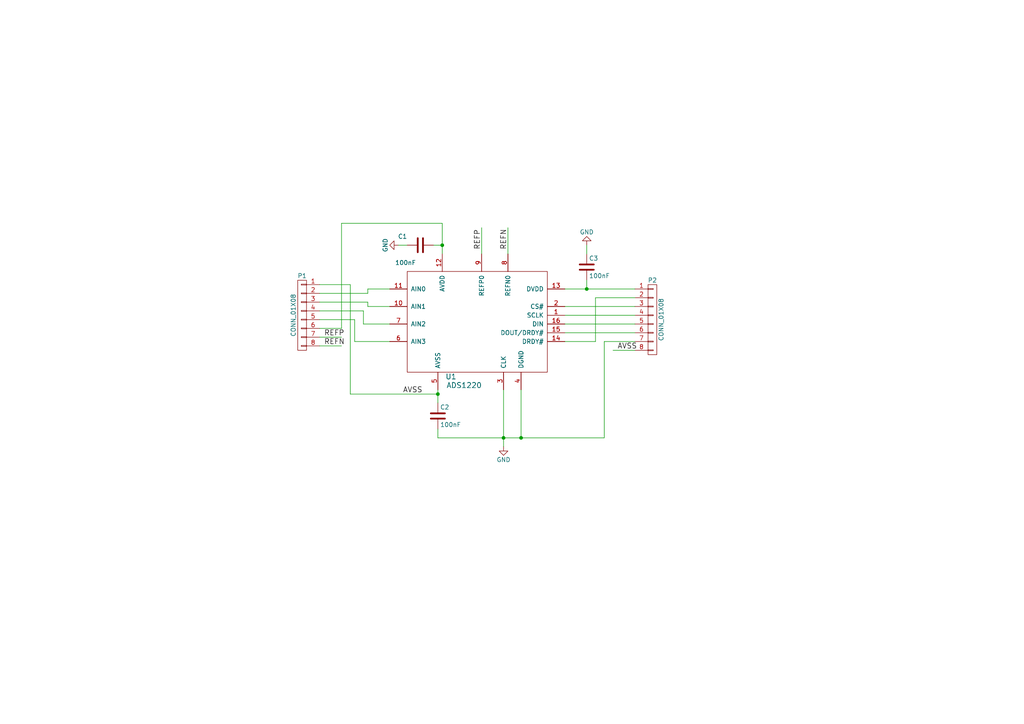
<source format=kicad_sch>
(kicad_sch (version 20230121) (generator eeschema)
  (paper "A4")
  (lib_symbols
    (symbol "ads1220:ADS1220" (pin_names (offset 1.016))
      (property "Reference" "U" (at -3.81 -17.78 0))
      (property "Value" "ADS1220" (at 0 -20.32 0))
      (symbol "ADS1220_0_1"
        (rectangle (start -16.51 12.7) (end 24.13 -16.51))
      )
      (symbol "ADS1220_1_1"
        (pin input line (at 29.21 0 180) (length 5.08) (name "SCLK") (number "1"))
        (pin input line (at -21.59 2.54 0) (length 5.08) (name "AIN1") (number "10"))
        (pin input line (at -21.59 7.62 0) (length 5.08) (name "AIN0") (number "11"))
        (pin power_in line (at -6.35 17.78 270) (length 5.08) (name "AVDD") (number "12"))
        (pin input line (at 29.21 7.62 180) (length 5.08) (name "DVDD") (number "13"))
        (pin output line (at 29.21 -7.62 180) (length 5.08) (name "DRDY#") (number "14"))
        (pin output line (at 29.21 -5.08 180) (length 5.08) (name "DOUT/DRDY#") (number "15"))
        (pin input line (at 29.21 -2.54 180) (length 5.08) (name "DIN") (number "16"))
        (pin input line (at 29.21 2.54 180) (length 5.08) (name "CS#") (number "2"))
        (pin input line (at 11.43 -21.59 90) (length 5.08) (name "CLK") (number "3"))
        (pin power_in line (at 16.51 -21.59 90) (length 5.08) (name "DGND") (number "4"))
        (pin power_in line (at -7.62 -21.59 90) (length 5.08) (name "AVSS") (number "5"))
        (pin input line (at -21.59 -7.62 0) (length 5.08) (name "AIN3") (number "6"))
        (pin input line (at -21.59 -2.54 0) (length 5.08) (name "AIN2") (number "7"))
        (pin power_in line (at 12.7 17.78 270) (length 5.08) (name "REFN0") (number "8"))
        (pin power_in line (at 5.08 17.78 270) (length 5.08) (name "REFP0") (number "9"))
      )
    )
    (symbol "bb-ads1220-rescue:C" (pin_numbers hide) (pin_names (offset 0.254))
      (property "Reference" "C" (at 0.635 2.54 0))
      (property "Value" "C" (at 0.635 -2.54 0))
      (symbol "C_0_1"
        (polyline (pts (xy -2.032 -0.762) (xy 2.032 -0.762)) (stroke (width 0.508)))
        (polyline (pts (xy -2.032 0.762) (xy 2.032 0.762)) (stroke (width 0.508)))
      )
      (symbol "C_1_1"
        (pin passive line (at 0 3.81 270) (length 2.794) (name "~") (number "1"))
        (pin passive line (at 0 -3.81 90) (length 2.794) (name "~") (number "2"))
      )
    )
    (symbol "bb-ads1220-rescue:CONN_01X08" (pin_names (offset 1.016) hide)
      (property "Reference" "P" (at 0 11.43 0))
      (property "Value" "CONN_01X08" (at 2.54 0 90))
      (symbol "CONN_01X08_0_1"
        (rectangle (start -1.27 -10.16) (end 1.27 10.16))
        (rectangle (start -1.27 -8.763) (end 0.254 -9.017))
        (rectangle (start -1.27 -6.223) (end 0.254 -6.477))
        (rectangle (start -1.27 -3.683) (end 0.254 -3.937))
        (rectangle (start -1.27 -1.143) (end 0.254 -1.397))
        (rectangle (start -1.27 1.397) (end 0.254 1.143))
        (rectangle (start -1.27 3.937) (end 0.254 3.683))
        (rectangle (start -1.27 6.477) (end 0.254 6.223))
        (rectangle (start -1.27 9.017) (end 0.254 8.763))
      )
      (symbol "CONN_01X08_1_1"
        (pin passive line (at -5.08 8.89 0) (length 3.81) (name "P1") (number "1"))
        (pin passive line (at -5.08 6.35 0) (length 3.81) (name "P2") (number "2"))
        (pin passive line (at -5.08 3.81 0) (length 3.81) (name "P3") (number "3"))
        (pin passive line (at -5.08 1.27 0) (length 3.81) (name "P4") (number "4"))
        (pin passive line (at -5.08 -1.27 0) (length 3.81) (name "P5") (number "5"))
        (pin passive line (at -5.08 -3.81 0) (length 3.81) (name "P6") (number "6"))
        (pin passive line (at -5.08 -6.35 0) (length 3.81) (name "P7") (number "7"))
        (pin passive line (at -5.08 -8.89 0) (length 3.81) (name "P8") (number "8"))
      )
    )
    (symbol "bb-ads1220-rescue:GND" (power) (pin_names (offset 0))
      (property "Value" "GND" (at 0 -3.81 0))
      (symbol "GND_0_1"
        (polyline (pts (xy 0 0) (xy 0 -1.27) (xy 1.27 -1.27) (xy 0 -2.54) (xy -1.27 -1.27) (xy 0 -1.27)))
      )
      (symbol "GND_1_1"
        (pin power_in line (at 0 0 270) (length 0) hide (name "GND") (number "1"))
      )
    )
  )
  (junction (at 127 114.3))
  (junction (at 146.05 127))
  (junction (at 128.27 71.12))
  (junction (at 151.13 127))
  (junction (at 170.18 83.82))
  (wire (pts (xy 99.06 64.77) (xy 128.27 64.77)))
  (wire (pts (xy 127 114.3) (xy 127 116.84)))
  (wire (pts (xy 146.05 127) (xy 151.13 127)))
  (wire (pts (xy 101.6 114.3) (xy 127 114.3)))
  (wire (pts (xy 127 127) (xy 146.05 127)))
  (wire (pts (xy 92.71 87.63) (xy 106.68 87.63)))
  (wire (pts (xy 170.18 81.28) (xy 170.18 83.82)))
  (wire (pts (xy 151.13 113.03) (xy 151.13 127)))
  (wire (pts (xy 92.71 92.71) (xy 102.87 92.71)))
  (wire (pts (xy 92.71 100.33) (xy 99.06 100.33)))
  (wire (pts (xy 99.06 95.25) (xy 99.06 64.77)))
  (wire (pts (xy 92.71 90.17) (xy 105.41 90.17)))
  (wire (pts (xy 102.87 99.06) (xy 113.03 99.06)))
  (wire (pts (xy 170.18 71.12) (xy 170.18 73.66)))
  (wire (pts (xy 106.68 87.63) (xy 106.68 88.9)))
  (wire (pts (xy 92.71 82.55) (xy 101.6 82.55)))
  (wire (pts (xy 101.6 82.55) (xy 101.6 114.3)))
  (wire (pts (xy 127 127) (xy 127 124.46)))
  (wire (pts (xy 172.72 99.06) (xy 172.72 86.36)))
  (wire (pts (xy 128.27 71.12) (xy 128.27 73.66)))
  (wire (pts (xy 92.71 85.09) (xy 106.68 85.09)))
  (wire (pts (xy 172.72 86.36) (xy 184.15 86.36)))
  (wire (pts (xy 105.41 93.98) (xy 113.03 93.98)))
  (wire (pts (xy 106.68 88.9) (xy 113.03 88.9)))
  (wire (pts (xy 139.7 73.66) (xy 139.7 66.04)))
  (wire (pts (xy 184.15 101.6) (xy 177.8 101.6)))
  (wire (pts (xy 163.83 96.52) (xy 184.15 96.52)))
  (wire (pts (xy 92.71 95.25) (xy 99.06 95.25)))
  (wire (pts (xy 163.83 88.9) (xy 184.15 88.9)))
  (wire (pts (xy 151.13 127) (xy 175.26 127)))
  (wire (pts (xy 184.15 99.06) (xy 175.26 99.06)))
  (wire (pts (xy 175.26 99.06) (xy 175.26 127)))
  (wire (pts (xy 128.27 64.77) (xy 128.27 71.12)))
  (wire (pts (xy 146.05 127) (xy 146.05 129.54)))
  (wire (pts (xy 163.83 99.06) (xy 172.72 99.06)))
  (wire (pts (xy 125.73 71.12) (xy 128.27 71.12)))
  (wire (pts (xy 115.57 71.12) (xy 118.11 71.12)))
  (wire (pts (xy 163.83 91.44) (xy 184.15 91.44)))
  (wire (pts (xy 102.87 92.71) (xy 102.87 99.06)))
  (wire (pts (xy 127 113.03) (xy 127 114.3)))
  (wire (pts (xy 147.32 73.66) (xy 147.32 66.04)))
  (wire (pts (xy 92.71 97.79) (xy 99.06 97.79)))
  (wire (pts (xy 170.18 83.82) (xy 184.15 83.82)))
  (wire (pts (xy 146.05 113.03) (xy 146.05 127)))
  (wire (pts (xy 105.41 90.17) (xy 105.41 93.98)))
  (wire (pts (xy 163.83 83.82) (xy 170.18 83.82)))
  (wire (pts (xy 106.68 83.82) (xy 113.03 83.82)))
  (wire (pts (xy 106.68 85.09) (xy 106.68 83.82)))
  (wire (pts (xy 163.83 93.98) (xy 184.15 93.98)))
  (label "AVSS" (at 116.84 114.3 0) (effects (font (size 1.524 1.524))))
  (label "REFP" (at 93.98 97.79 0) (effects (font (size 1.524 1.524))))
  (label "REFP" (at 139.7 72.39 90) (effects (font (size 1.524 1.524))))
  (label "REFN" (at 93.98 100.33 0) (effects (font (size 1.524 1.524))))
  (label "AVSS" (at 179.07 101.6 0) (effects (font (size 1.524 1.524))))
  (label "REFN" (at 147.32 72.39 90) (effects (font (size 1.524 1.524))))
  (symbol (lib_id "ads1220:ADS1220") (at 134.62 91.44 0) (unit 1)
    (property "Reference" "U1" (at 130.81 109.22 0) (effects (font (size 1.524 1.524))))
    (property "Value" "ADS1220" (at 134.62 111.76 0) (effects (font (size 1.524 1.524))))
  )
  (symbol (lib_id "bb-ads1220-rescue:C") (at 127 120.65 0) (unit 1)
    (property "Reference" "C2" (at 127.635 118.11 0) (effects (justify left)))
    (property "Value" "100nF" (at 127.635 123.19 0) (effects (justify left)))
  )
  (symbol (lib_id "bb-ads1220-rescue:C") (at 121.92 71.12 90) (unit 1)
    (property "Reference" "C1" (at 118.11 68.58 90) (effects (justify left)))
    (property "Value" "100nF" (at 120.65 76.2 90) (effects (justify left)))
  )
  (symbol (lib_id "bb-ads1220-rescue:C") (at 170.18 77.47 0) (unit 1)
    (property "Reference" "C3" (at 170.815 74.93 0) (effects (justify left)))
    (property "Value" "100nF" (at 170.815 80.01 0) (effects (justify left)))
  )
  (symbol (lib_id "bb-ads1220-rescue:GND") (at 115.57 71.12 270) (unit 1)
    (property "Reference" "#PWR?" (effects hide))
    (property "Value" "GND" (at 111.76 71.12 0))
  )
  (symbol (lib_id "bb-ads1220-rescue:GND") (at 146.05 129.54 0) (unit 1)
    (property "Reference" "#PWR?" (effects hide))
    (property "Value" "GND" (at 146.05 133.35 0))
  )
  (symbol (lib_id "bb-ads1220-rescue:GND") (at 170.18 71.12 180) (unit 1)
    (property "Reference" "#PWR?" (effects hide))
    (property "Value" "GND" (at 170.18 67.31 0))
  )
  (symbol (lib_id "bb-ads1220-rescue:CONN_01X08") (at 87.63 91.44 0) (mirror y) (unit 1)
    (property "Reference" "P1" (at 87.63 80.01 0))
    (property "Value" "CONN_01X08" (at 85.09 91.44 90))
  )
  (symbol (lib_id "bb-ads1220-rescue:CONN_01X08") (at 189.23 92.71 0) (unit 1)
    (property "Reference" "P2" (at 189.23 81.28 0))
    (property "Value" "CONN_01X08" (at 191.77 92.71 90))
  )
)
</source>
